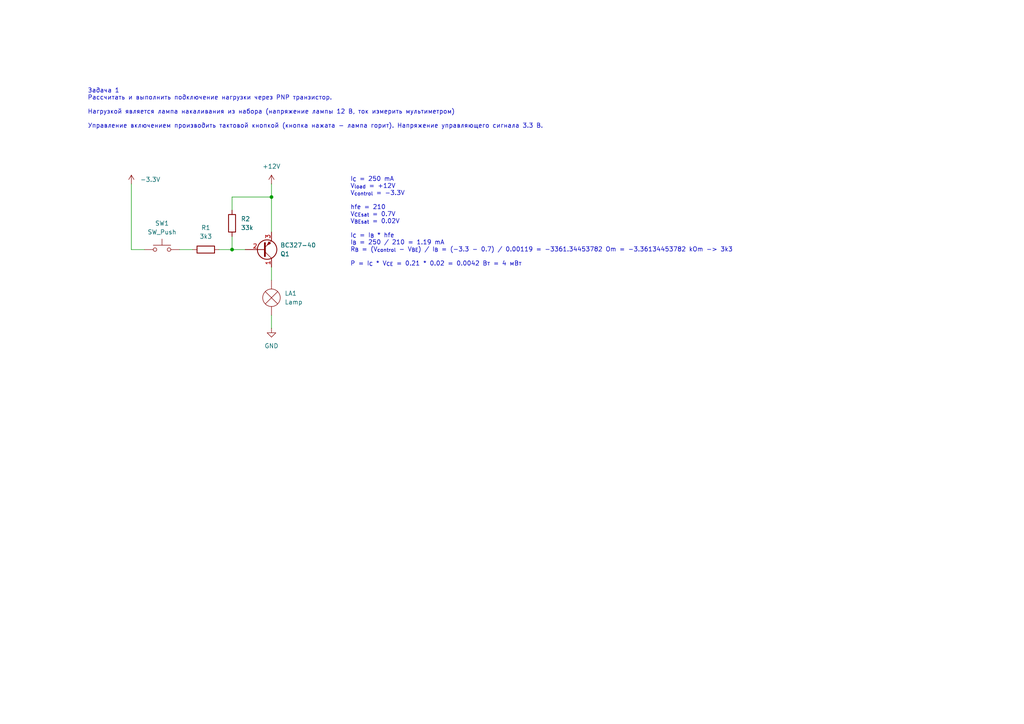
<source format=kicad_sch>
(kicad_sch (version 20231120) (generator "eeschema") (generator_version "8.0")
  (paper "A4")
  (lib_symbols
    (symbol "Device:Lamp" (pin_numbers hide) (pin_names (offset 0.0254) hide)
      (property "Reference" "LA" (at 0.635 3.81 0))
      (property "Value" "Lamp" (at 0.635 -3.81 0))
      (symbol "Lamp_0_1"
        (polyline (pts (xy -1.778 1.778) (xy 1.778 -1.778)))
        (polyline (pts (xy 1.778 1.778) (xy -1.778 -1.778)))
        (circle (center 0 0) (radius 2.54))
      )
      (symbol "Lamp_1_1"
        (pin passive line (at 0 -5.08 90) (length 2.54) (name "-") (number "1"))
        (pin passive line (at 0 5.08 270) (length 2.54) (name "+") (number "2"))
      )
    )
    (symbol "Device:R" (pin_numbers hide) (pin_names (offset 0))
      (property "Reference" "R" (at 2.032 0 90))
      (property "Value" "R" (at 0 0 90))
      (symbol "R_0_1"
        (rectangle (start -1.016 -2.54) (end 1.016 2.54) (stroke (width 0.254)))
      )
      (symbol "R_1_1"
        (pin passive line (at 0 3.81 270) (length 1.27) (name "~") (number "1"))
        (pin passive line (at 0 -3.81 90) (length 1.27) (name "~") (number "2"))
      )
    )
    (symbol "Switch:SW_Push" (pin_numbers hide) (pin_names (offset 1.016) hide)
      (property "Reference" "SW" (at 1.27 2.54 0))
      (property "Value" "SW_Push" (at 0 -1.524 0))
      (symbol "SW_Push_0_1"
        (circle (center -2.032 0) (radius 0.508))
        (polyline (pts (xy 0 1.27) (xy 0 3.048)))
        (polyline (pts (xy 2.54 1.27) (xy -2.54 1.27)))
        (circle (center 2.032 0) (radius 0.508))
        (pin passive line (at -5.08 0 0) (length 2.54) (name "1") (number "1"))
        (pin passive line (at 5.08 0 180) (length 2.54) (name "2") (number "2"))
      )
    )
    (symbol "Transistor_BJT:BC328" (pin_names (offset 0) hide)
      (property "Reference" "Q" (at 5.08 1.905 0))
      (property "Value" "BC328" (at 5.08 0 0))
      (symbol "BC328_0_1"
        (polyline (pts (xy 0.635 0.635) (xy 2.54 2.54)))
        (polyline (pts (xy 0.635 -0.635) (xy 2.54 -2.54) (xy 2.54 -2.54)))
        (polyline (pts (xy 0.635 1.905) (xy 0.635 -1.905) (xy 0.635 -1.905)) (stroke (width 0.508)))
        (polyline (pts (xy 2.286 -1.778) (xy 1.778 -2.286) (xy 1.27 -1.27) (xy 2.286 -1.778) (xy 2.286 -1.778)) (fill (type outline)))
        (circle (center 1.27 0) (radius 2.8194) (stroke (width 0.254)))
      )
      (symbol "BC328_1_1"
        (pin passive line (at 2.54 5.08 270) (length 2.54) (name "C") (number "1"))
        (pin input line (at -5.08 0 0) (length 5.715) (name "B") (number "2"))
        (pin passive line (at 2.54 -5.08 90) (length 2.54) (name "E") (number "3"))
      )
    )
    (symbol "power:+3.3V" (power) (pin_numbers hide) (pin_names (offset 0) hide)
      (property "Value" "+3.3V" (at 0 3.556 0))
      (symbol "+3.3V_0_1"
        (polyline (pts (xy -0.762 1.27) (xy 0 2.54)))
        (polyline (pts (xy 0 0) (xy 0 2.54)))
        (polyline (pts (xy 0 2.54) (xy 0.762 1.27)))
      )
      (symbol "+3.3V_1_1"
        (pin power_in line (at 0 0 90) (length 0) (name "~") (number "1"))
      )
    )
    (symbol "power:GND" (power) (pin_numbers hide) (pin_names (offset 0) hide)
      (property "Value" "GND" (at 0 -3.81 0))
      (symbol "GND_0_1"
        (polyline (pts (xy 0 0) (xy 0 -1.27) (xy 1.27 -1.27) (xy 0 -2.54) (xy -1.27 -1.27) (xy 0 -1.27)))
      )
      (symbol "GND_1_1"
        (pin power_in line (at 0 0 270) (length 0) (name "~") (number "1"))
      )
    )
  )
  (junction (at 67.31 72.39))
  (junction (at 78.74 57.15))
  (wire (pts (xy 63.5 72.39) (xy 67.31 72.39)))
  (wire (pts (xy 38.1 72.39) (xy 38.1 53.34)))
  (wire (pts (xy 78.74 57.15) (xy 78.74 67.31)))
  (wire (pts (xy 78.74 81.28) (xy 78.74 77.47)))
  (wire (pts (xy 67.31 72.39) (xy 71.12 72.39)))
  (wire (pts (xy 78.74 53.34) (xy 78.74 57.15)))
  (wire (pts (xy 38.1 72.39) (xy 41.91 72.39)))
  (wire (pts (xy 67.31 68.58) (xy 67.31 72.39)))
  (wire (pts (xy 67.31 57.15) (xy 78.74 57.15)))
  (wire (pts (xy 52.07 72.39) (xy 55.88 72.39)))
  (wire (pts (xy 67.31 60.96) (xy 67.31 57.15)))
  (wire (pts (xy 78.74 91.44) (xy 78.74 95.25)))
  (text "I_{C} = 250 mA\nV_{load} = +12V\nV_{control} = -3.3V\n\nhfe = 210\nV_{CE_{sat}} = 0.7V\nV_{BE_{sat}} = 0.02V\n\nI_{C} = I_{B} * hfe\nI_{B} = 250 / 210 = 1.19 mA\nR_{B} = (V_{control} - V_{BE}) / I_{B} = (-3.3 - 0.7) / 0.00119 = -3361.34453782 Om = -3.36134453782 kOm -> 3k3\n\nP = I_{C} * V_{CE} = 0.21 * 0.02 = 0.0042 Вт = 4 мВт\n\n" (at 101.6 51.308 0) (effects (font (size 1.27 1.27)) (justify left top)))
  (text "Задача 1\nРассчитать и выполнить подключение нагрузки через PNP транзистор.\n\nНагрузкой является лампа накаливания из набора (напряжение лампы 12 В, ток измерить мультиметром)\n\nУправление включением производить тактовой кнопкой (кнопка нажата - лампа горит). Напряжение управляющего сигнала 3.3 В.\n" (at 25.4 25.654 0) (effects (font (size 1.27 1.27)) (justify left top)))
  (symbol (lib_id "Device:R") (at 67.31 64.77 180) (unit 1)
    (property "Reference" "R2" (at 69.85 63.4999 0) (effects (justify right)))
    (property "Value" "33k" (at 69.85 66.0399 0) (effects (justify right)))
    (property "Description" "Resistor" (effects (hide yes)))
  )
  (symbol (lib_id "Device:Lamp") (at 78.74 86.36 0) (unit 1)
    (property "Reference" "LA1" (at 82.55 85.0899 0) (effects (justify left)))
    (property "Value" "Lamp" (at 82.55 87.6299 0) (effects (justify left)))
    (property "Description" "Lamp" (effects (hide yes)))
  )
  (symbol (lib_id "power:+3.3V") (at 38.1 53.34 0) (unit 1)
    (property "Reference" "#PWR01" (effects (hide yes)))
    (property "Value" "-3.3V" (at 40.64 52.0699 0) (effects (justify left)))
    (property "Description" "Power symbol creates a global label with name \"+3.3V\"" (effects (hide yes)))
  )
  (symbol (lib_id "power:GND") (at 78.74 95.25 0) (unit 1)
    (property "Reference" "#PWR03" (effects (hide yes)))
    (property "Value" "GND" (at 78.74 100.33 0))
    (property "Description" "Power symbol creates a global label with name \"GND\" , ground" (effects (hide yes)))
  )
  (symbol (lib_id "Switch:SW_Push") (at 46.99 72.39 0) (unit 1)
    (property "Reference" "SW1" (at 46.99 64.77 0))
    (property "Value" "SW_Push" (at 46.99 67.31 0))
    (property "Description" "Push button switch, generic, two pins" (effects (hide yes)))
  )
  (symbol (lib_id "Device:R") (at 59.69 72.39 90) (unit 1)
    (property "Reference" "R1" (at 59.69 66.04 90))
    (property "Value" "3k3" (at 59.69 68.58 90))
    (property "Description" "Resistor" (effects (hide yes)))
  )
  (symbol (lib_id "power:+3.3V") (at 78.74 53.34 0) (unit 1)
    (property "Reference" "#PWR02" (effects (hide yes)))
    (property "Value" "+12V" (at 78.74 48.26 0))
    (property "Description" "Power symbol creates a global label with name \"+3.3V\"" (effects (hide yes)))
  )
  (symbol (lib_id "Transistor_BJT:BC328") (at 76.2 72.39 0) (mirror x) (unit 1)
    (property "Reference" "Q1" (at 81.28 73.6601 0) (effects (justify left)))
    (property "Value" "BC327-40" (at 81.28 71.1201 0) (effects (justify left)))
    (property "Footprint" "Package_TO_SOT_THT:TO-92_Inline" (effects (hide yes)))
    (property "Datasheet" "http://www.redrok.com/PNP_BC327_-45V_-800mA_0.625W_Hfe100_TO-92.pdf" (effects (hide yes)))
    (property "Description" "0.8A Ic, 25V Vce, PNP Transistor, TO-92" (effects (hide yes)))
  )
)
</source>
